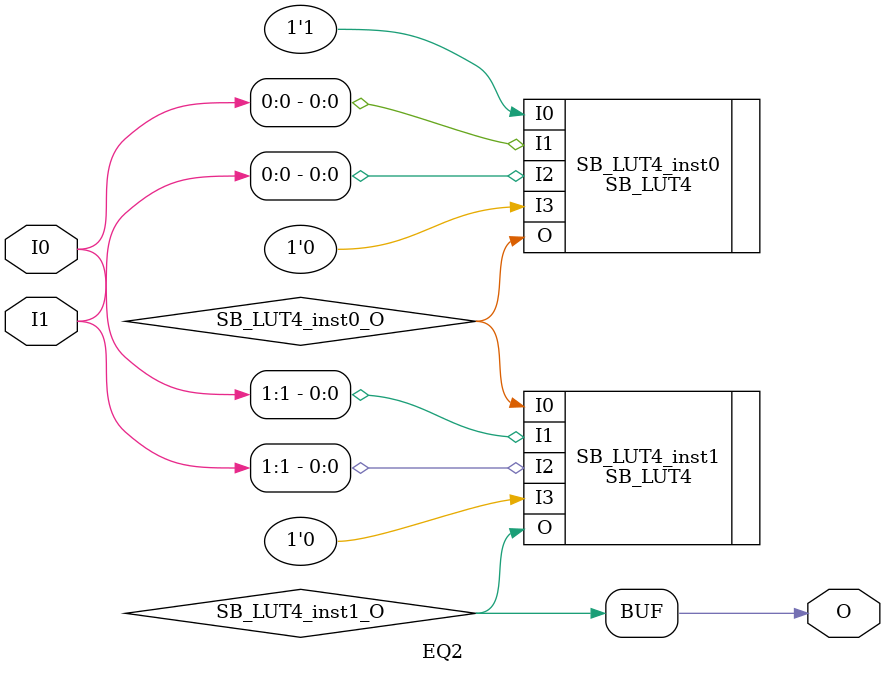
<source format=v>
module EQ2 (input [1:0] I0, input [1:0] I1, output  O);
wire  SB_LUT4_inst0_O;
wire  SB_LUT4_inst1_O;
SB_LUT4 #(.LUT_INIT(16'h8282)) SB_LUT4_inst0 (.I0(1'b1), .I1(I0[0]), .I2(I1[0]), .I3(1'b0), .O(SB_LUT4_inst0_O));
SB_LUT4 #(.LUT_INIT(16'h8282)) SB_LUT4_inst1 (.I0(SB_LUT4_inst0_O), .I1(I0[1]), .I2(I1[1]), .I3(1'b0), .O(SB_LUT4_inst1_O));
assign O = SB_LUT4_inst1_O;
endmodule


</source>
